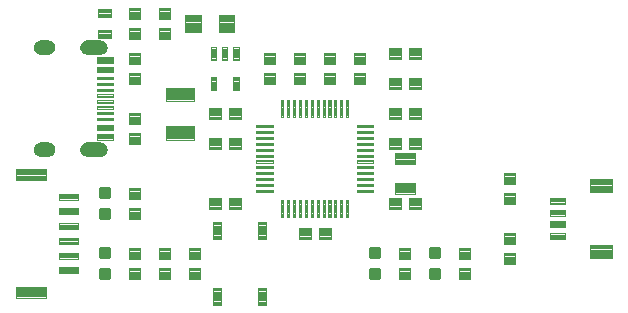
<source format=gtp>
G04 EAGLE Gerber RS-274X export*
G75*
%MOMM*%
%FSLAX34Y34*%
%LPD*%
%INSolderpaste Top*%
%IPPOS*%
%AMOC8*
5,1,8,0,0,1.08239X$1,22.5*%
G01*
%ADD10C,0.100000*%
%ADD11C,0.099000*%
%ADD12C,0.098000*%
%ADD13C,0.096000*%
%ADD14C,0.300000*%
%ADD15C,0.102000*%
%ADD16C,0.104000*%
%ADD17C,0.100800*%
%ADD18C,0.099059*%

G36*
X73004Y227654D02*
X73004Y227654D01*
X73007Y227651D01*
X74129Y227806D01*
X74134Y227811D01*
X74138Y227808D01*
X75209Y228179D01*
X75213Y228185D01*
X75218Y228183D01*
X76195Y228756D01*
X76198Y228762D01*
X76203Y228761D01*
X77050Y229514D01*
X77052Y229521D01*
X77057Y229521D01*
X77741Y230424D01*
X77741Y230431D01*
X77746Y230432D01*
X78241Y231451D01*
X78239Y231458D01*
X78244Y231460D01*
X78531Y232557D01*
X78529Y232561D01*
X78531Y232562D01*
X78529Y232564D01*
X78532Y232566D01*
X78599Y233697D01*
X78597Y233701D01*
X78599Y233703D01*
X78532Y234834D01*
X78527Y234839D01*
X78531Y234843D01*
X78244Y235940D01*
X78238Y235944D01*
X78241Y235949D01*
X77746Y236968D01*
X77740Y236971D01*
X77741Y236976D01*
X77057Y237879D01*
X77050Y237881D01*
X77050Y237886D01*
X76203Y238639D01*
X76196Y238639D01*
X76195Y238644D01*
X75218Y239217D01*
X75211Y239216D01*
X75209Y239221D01*
X74138Y239592D01*
X74132Y239589D01*
X74129Y239594D01*
X73007Y239749D01*
X73002Y239746D01*
X73000Y239749D01*
X61000Y239749D01*
X60995Y239746D01*
X60992Y239749D01*
X59725Y239544D01*
X59719Y239538D01*
X59715Y239541D01*
X58525Y239059D01*
X58521Y239052D01*
X58515Y239054D01*
X57462Y238320D01*
X57460Y238312D01*
X57454Y238313D01*
X56591Y237363D01*
X56590Y237354D01*
X56585Y237354D01*
X55955Y236235D01*
X55956Y236227D01*
X55950Y236225D01*
X55585Y234995D01*
X55588Y234987D01*
X55583Y234984D01*
X55501Y233703D01*
X55504Y233699D01*
X55501Y233697D01*
X55583Y232416D01*
X55589Y232410D01*
X55585Y232405D01*
X55950Y231175D01*
X55957Y231170D01*
X55955Y231165D01*
X56585Y230046D01*
X56592Y230043D01*
X56591Y230037D01*
X57454Y229087D01*
X57462Y229086D01*
X57462Y229080D01*
X58515Y228346D01*
X58523Y228346D01*
X58525Y228341D01*
X59715Y227859D01*
X59722Y227861D01*
X59725Y227856D01*
X60992Y227651D01*
X60997Y227654D01*
X61000Y227651D01*
X73000Y227651D01*
X73004Y227654D01*
G37*
G36*
X73004Y141254D02*
X73004Y141254D01*
X73007Y141251D01*
X74129Y141406D01*
X74134Y141411D01*
X74138Y141408D01*
X75209Y141779D01*
X75213Y141785D01*
X75218Y141783D01*
X76195Y142356D01*
X76198Y142362D01*
X76203Y142361D01*
X77050Y143114D01*
X77052Y143121D01*
X77057Y143121D01*
X77741Y144024D01*
X77741Y144031D01*
X77746Y144032D01*
X78241Y145051D01*
X78239Y145058D01*
X78244Y145060D01*
X78531Y146157D01*
X78529Y146161D01*
X78531Y146162D01*
X78529Y146164D01*
X78532Y146166D01*
X78599Y147297D01*
X78597Y147301D01*
X78599Y147303D01*
X78532Y148434D01*
X78527Y148439D01*
X78531Y148443D01*
X78244Y149540D01*
X78238Y149544D01*
X78241Y149549D01*
X77746Y150568D01*
X77740Y150571D01*
X77741Y150576D01*
X77057Y151479D01*
X77050Y151481D01*
X77050Y151486D01*
X76203Y152239D01*
X76196Y152239D01*
X76195Y152244D01*
X75218Y152817D01*
X75211Y152816D01*
X75209Y152821D01*
X74138Y153192D01*
X74132Y153189D01*
X74129Y153194D01*
X73007Y153349D01*
X73002Y153346D01*
X73000Y153349D01*
X61000Y153349D01*
X60995Y153346D01*
X60992Y153349D01*
X59725Y153144D01*
X59719Y153138D01*
X59715Y153141D01*
X58525Y152659D01*
X58521Y152652D01*
X58515Y152654D01*
X57462Y151920D01*
X57460Y151912D01*
X57454Y151913D01*
X56591Y150963D01*
X56590Y150954D01*
X56585Y150954D01*
X55955Y149835D01*
X55956Y149827D01*
X55950Y149825D01*
X55585Y148595D01*
X55588Y148587D01*
X55583Y148584D01*
X55501Y147303D01*
X55504Y147299D01*
X55501Y147297D01*
X55583Y146016D01*
X55589Y146010D01*
X55585Y146005D01*
X55950Y144775D01*
X55957Y144770D01*
X55955Y144765D01*
X56585Y143646D01*
X56592Y143643D01*
X56591Y143637D01*
X57454Y142687D01*
X57462Y142686D01*
X57462Y142680D01*
X58515Y141946D01*
X58523Y141946D01*
X58525Y141941D01*
X59715Y141459D01*
X59722Y141461D01*
X59725Y141456D01*
X60992Y141251D01*
X60997Y141254D01*
X61000Y141251D01*
X73000Y141251D01*
X73004Y141254D01*
G37*
G36*
X28203Y227653D02*
X28203Y227653D01*
X28205Y227651D01*
X29381Y227762D01*
X29386Y227767D01*
X29390Y227764D01*
X30522Y228102D01*
X30526Y228108D01*
X30531Y228106D01*
X31575Y228658D01*
X31578Y228665D01*
X31583Y228663D01*
X32499Y229409D01*
X32500Y229416D01*
X32506Y229416D01*
X33259Y230326D01*
X33259Y230333D01*
X33264Y230334D01*
X33825Y231373D01*
X33824Y231378D01*
X33828Y231380D01*
X33827Y231381D01*
X33829Y231382D01*
X34176Y232511D01*
X34176Y232512D01*
X34177Y232513D01*
X34174Y232517D01*
X34178Y232520D01*
X34299Y233695D01*
X34295Y233702D01*
X34299Y233706D01*
X34142Y235046D01*
X34137Y235052D01*
X34140Y235057D01*
X33689Y236328D01*
X33682Y236333D01*
X33684Y236338D01*
X32962Y237477D01*
X32954Y237480D01*
X32955Y237486D01*
X31997Y238436D01*
X31989Y238437D01*
X31988Y238443D01*
X30843Y239156D01*
X30835Y239155D01*
X30833Y239161D01*
X29557Y239601D01*
X29550Y239599D01*
X29547Y239603D01*
X28205Y239749D01*
X28202Y239747D01*
X28200Y239749D01*
X22200Y239749D01*
X22197Y239747D01*
X22194Y239749D01*
X20865Y239594D01*
X20859Y239588D01*
X20855Y239591D01*
X19594Y239144D01*
X19589Y239137D01*
X19584Y239139D01*
X18454Y238422D01*
X18451Y238415D01*
X18445Y238416D01*
X17503Y237466D01*
X17502Y237457D01*
X17496Y237457D01*
X16789Y236321D01*
X16790Y236313D01*
X16784Y236311D01*
X16348Y235046D01*
X16350Y235038D01*
X16345Y235036D01*
X16201Y233705D01*
X16205Y233699D01*
X16201Y233695D01*
X16311Y232529D01*
X16316Y232524D01*
X16313Y232520D01*
X16648Y231397D01*
X16654Y231393D01*
X16652Y231389D01*
X17200Y230353D01*
X17206Y230350D01*
X17205Y230345D01*
X17944Y229437D01*
X17951Y229435D01*
X17951Y229430D01*
X18853Y228683D01*
X18861Y228683D01*
X18861Y228678D01*
X19892Y228121D01*
X19899Y228122D01*
X19901Y228117D01*
X21020Y227773D01*
X21027Y227775D01*
X21030Y227771D01*
X22195Y227651D01*
X22198Y227653D01*
X22200Y227651D01*
X28200Y227651D01*
X28203Y227653D01*
G37*
G36*
X28203Y141253D02*
X28203Y141253D01*
X28205Y141251D01*
X29381Y141362D01*
X29386Y141367D01*
X29390Y141364D01*
X30522Y141702D01*
X30526Y141708D01*
X30531Y141706D01*
X31575Y142258D01*
X31578Y142265D01*
X31583Y142263D01*
X32499Y143009D01*
X32500Y143016D01*
X32506Y143016D01*
X33259Y143926D01*
X33259Y143933D01*
X33264Y143934D01*
X33825Y144973D01*
X33824Y144978D01*
X33828Y144980D01*
X33827Y144981D01*
X33829Y144982D01*
X34176Y146111D01*
X34176Y146112D01*
X34177Y146113D01*
X34174Y146117D01*
X34178Y146120D01*
X34299Y147295D01*
X34295Y147302D01*
X34299Y147306D01*
X34142Y148646D01*
X34137Y148652D01*
X34140Y148657D01*
X33689Y149928D01*
X33682Y149933D01*
X33684Y149938D01*
X32962Y151077D01*
X32954Y151080D01*
X32955Y151086D01*
X31997Y152036D01*
X31989Y152037D01*
X31988Y152043D01*
X30843Y152756D01*
X30835Y152755D01*
X30833Y152761D01*
X29557Y153201D01*
X29550Y153199D01*
X29547Y153203D01*
X28205Y153349D01*
X28202Y153347D01*
X28200Y153349D01*
X22200Y153349D01*
X22197Y153347D01*
X22194Y153349D01*
X20865Y153194D01*
X20859Y153188D01*
X20855Y153191D01*
X19594Y152744D01*
X19589Y152737D01*
X19584Y152739D01*
X18454Y152022D01*
X18451Y152015D01*
X18445Y152016D01*
X17503Y151066D01*
X17502Y151057D01*
X17496Y151057D01*
X16789Y149921D01*
X16790Y149913D01*
X16784Y149911D01*
X16348Y148646D01*
X16350Y148638D01*
X16345Y148636D01*
X16201Y147305D01*
X16205Y147299D01*
X16201Y147295D01*
X16311Y146129D01*
X16316Y146124D01*
X16313Y146120D01*
X16648Y144997D01*
X16654Y144993D01*
X16652Y144989D01*
X17200Y143953D01*
X17206Y143950D01*
X17205Y143945D01*
X17944Y143037D01*
X17951Y143035D01*
X17951Y143030D01*
X18853Y142283D01*
X18861Y142283D01*
X18861Y142278D01*
X19892Y141721D01*
X19899Y141722D01*
X19901Y141717D01*
X21020Y141373D01*
X21027Y141375D01*
X21030Y141371D01*
X22195Y141251D01*
X22198Y141253D01*
X22200Y141251D01*
X28200Y141251D01*
X28203Y141253D01*
G37*
D10*
X181300Y182300D02*
X191300Y182300D01*
X191300Y173300D01*
X181300Y173300D01*
X181300Y182300D01*
X181300Y174250D02*
X191300Y174250D01*
X191300Y175200D02*
X181300Y175200D01*
X181300Y176150D02*
X191300Y176150D01*
X191300Y177100D02*
X181300Y177100D01*
X181300Y178050D02*
X191300Y178050D01*
X191300Y179000D02*
X181300Y179000D01*
X181300Y179950D02*
X191300Y179950D01*
X191300Y180900D02*
X181300Y180900D01*
X181300Y181850D02*
X191300Y181850D01*
X174300Y182300D02*
X164300Y182300D01*
X174300Y182300D02*
X174300Y173300D01*
X164300Y173300D01*
X164300Y182300D01*
X164300Y174250D02*
X174300Y174250D01*
X174300Y175200D02*
X164300Y175200D01*
X164300Y176150D02*
X174300Y176150D01*
X174300Y177100D02*
X164300Y177100D01*
X164300Y178050D02*
X174300Y178050D01*
X174300Y179000D02*
X164300Y179000D01*
X164300Y179950D02*
X174300Y179950D01*
X174300Y180900D02*
X164300Y180900D01*
X164300Y181850D02*
X174300Y181850D01*
X174300Y147900D02*
X164300Y147900D01*
X164300Y156900D01*
X174300Y156900D01*
X174300Y147900D01*
X174300Y148850D02*
X164300Y148850D01*
X164300Y149800D02*
X174300Y149800D01*
X174300Y150750D02*
X164300Y150750D01*
X164300Y151700D02*
X174300Y151700D01*
X174300Y152650D02*
X164300Y152650D01*
X164300Y153600D02*
X174300Y153600D01*
X174300Y154550D02*
X164300Y154550D01*
X164300Y155500D02*
X174300Y155500D01*
X174300Y156450D02*
X164300Y156450D01*
X181300Y147900D02*
X191300Y147900D01*
X181300Y147900D02*
X181300Y156900D01*
X191300Y156900D01*
X191300Y147900D01*
X191300Y148850D02*
X181300Y148850D01*
X181300Y149800D02*
X191300Y149800D01*
X191300Y150750D02*
X181300Y150750D01*
X181300Y151700D02*
X191300Y151700D01*
X191300Y152650D02*
X181300Y152650D01*
X181300Y153600D02*
X191300Y153600D01*
X191300Y154550D02*
X181300Y154550D01*
X181300Y155500D02*
X191300Y155500D01*
X191300Y156450D02*
X181300Y156450D01*
D11*
X185045Y234406D02*
X189555Y234406D01*
X189555Y223396D01*
X185045Y223396D01*
X185045Y234406D01*
X185045Y224336D02*
X189555Y224336D01*
X189555Y225276D02*
X185045Y225276D01*
X185045Y226216D02*
X189555Y226216D01*
X189555Y227156D02*
X185045Y227156D01*
X185045Y228096D02*
X189555Y228096D01*
X189555Y229036D02*
X185045Y229036D01*
X185045Y229976D02*
X189555Y229976D01*
X189555Y230916D02*
X185045Y230916D01*
X185045Y231856D02*
X189555Y231856D01*
X189555Y232796D02*
X185045Y232796D01*
X185045Y233736D02*
X189555Y233736D01*
X180055Y234406D02*
X175545Y234406D01*
X180055Y234406D02*
X180055Y223396D01*
X175545Y223396D01*
X175545Y234406D01*
X175545Y224336D02*
X180055Y224336D01*
X180055Y225276D02*
X175545Y225276D01*
X175545Y226216D02*
X180055Y226216D01*
X180055Y227156D02*
X175545Y227156D01*
X175545Y228096D02*
X180055Y228096D01*
X180055Y229036D02*
X175545Y229036D01*
X175545Y229976D02*
X180055Y229976D01*
X180055Y230916D02*
X175545Y230916D01*
X175545Y231856D02*
X180055Y231856D01*
X180055Y232796D02*
X175545Y232796D01*
X175545Y233736D02*
X180055Y233736D01*
X170555Y234406D02*
X166045Y234406D01*
X170555Y234406D02*
X170555Y223396D01*
X166045Y223396D01*
X166045Y234406D01*
X166045Y224336D02*
X170555Y224336D01*
X170555Y225276D02*
X166045Y225276D01*
X166045Y226216D02*
X170555Y226216D01*
X170555Y227156D02*
X166045Y227156D01*
X166045Y228096D02*
X170555Y228096D01*
X170555Y229036D02*
X166045Y229036D01*
X166045Y229976D02*
X170555Y229976D01*
X170555Y230916D02*
X166045Y230916D01*
X166045Y231856D02*
X170555Y231856D01*
X170555Y232796D02*
X166045Y232796D01*
X166045Y233736D02*
X170555Y233736D01*
X170555Y208404D02*
X166045Y208404D01*
X170555Y208404D02*
X170555Y197394D01*
X166045Y197394D01*
X166045Y208404D01*
X166045Y198334D02*
X170555Y198334D01*
X170555Y199274D02*
X166045Y199274D01*
X166045Y200214D02*
X170555Y200214D01*
X170555Y201154D02*
X166045Y201154D01*
X166045Y202094D02*
X170555Y202094D01*
X170555Y203034D02*
X166045Y203034D01*
X166045Y203974D02*
X170555Y203974D01*
X170555Y204914D02*
X166045Y204914D01*
X166045Y205854D02*
X170555Y205854D01*
X170555Y206794D02*
X166045Y206794D01*
X166045Y207734D02*
X170555Y207734D01*
X185045Y208404D02*
X189555Y208404D01*
X189555Y197394D01*
X185045Y197394D01*
X185045Y208404D01*
X185045Y198334D02*
X189555Y198334D01*
X189555Y199274D02*
X185045Y199274D01*
X185045Y200214D02*
X189555Y200214D01*
X189555Y201154D02*
X185045Y201154D01*
X185045Y202094D02*
X189555Y202094D01*
X189555Y203034D02*
X185045Y203034D01*
X185045Y203974D02*
X189555Y203974D01*
X189555Y204914D02*
X185045Y204914D01*
X185045Y205854D02*
X189555Y205854D01*
X189555Y206794D02*
X185045Y206794D01*
X185045Y207734D02*
X189555Y207734D01*
D10*
X131500Y47300D02*
X131500Y37300D01*
X122500Y37300D01*
X122500Y47300D01*
X131500Y47300D01*
X131500Y38250D02*
X122500Y38250D01*
X122500Y39200D02*
X131500Y39200D01*
X131500Y40150D02*
X122500Y40150D01*
X122500Y41100D02*
X131500Y41100D01*
X131500Y42050D02*
X122500Y42050D01*
X122500Y43000D02*
X131500Y43000D01*
X131500Y43950D02*
X122500Y43950D01*
X122500Y44900D02*
X131500Y44900D01*
X131500Y45850D02*
X122500Y45850D01*
X122500Y46800D02*
X131500Y46800D01*
X131500Y54300D02*
X131500Y64300D01*
X131500Y54300D02*
X122500Y54300D01*
X122500Y64300D01*
X131500Y64300D01*
X131500Y55250D02*
X122500Y55250D01*
X122500Y56200D02*
X131500Y56200D01*
X131500Y57150D02*
X122500Y57150D01*
X122500Y58100D02*
X131500Y58100D01*
X131500Y59050D02*
X122500Y59050D01*
X122500Y60000D02*
X131500Y60000D01*
X131500Y60950D02*
X122500Y60950D01*
X122500Y61900D02*
X131500Y61900D01*
X131500Y62850D02*
X122500Y62850D01*
X122500Y63800D02*
X131500Y63800D01*
X211400Y219400D02*
X211400Y229400D01*
X220400Y229400D01*
X220400Y219400D01*
X211400Y219400D01*
X211400Y220350D02*
X220400Y220350D01*
X220400Y221300D02*
X211400Y221300D01*
X211400Y222250D02*
X220400Y222250D01*
X220400Y223200D02*
X211400Y223200D01*
X211400Y224150D02*
X220400Y224150D01*
X220400Y225100D02*
X211400Y225100D01*
X211400Y226050D02*
X220400Y226050D01*
X220400Y227000D02*
X211400Y227000D01*
X211400Y227950D02*
X220400Y227950D01*
X220400Y228900D02*
X211400Y228900D01*
X211400Y212400D02*
X211400Y202400D01*
X211400Y212400D02*
X220400Y212400D01*
X220400Y202400D01*
X211400Y202400D01*
X211400Y203350D02*
X220400Y203350D01*
X220400Y204300D02*
X211400Y204300D01*
X211400Y205250D02*
X220400Y205250D01*
X220400Y206200D02*
X211400Y206200D01*
X211400Y207150D02*
X220400Y207150D01*
X220400Y208100D02*
X211400Y208100D01*
X211400Y209050D02*
X220400Y209050D01*
X220400Y210000D02*
X211400Y210000D01*
X211400Y210950D02*
X220400Y210950D01*
X220400Y211900D02*
X211400Y211900D01*
X296600Y212400D02*
X296600Y202400D01*
X287600Y202400D01*
X287600Y212400D01*
X296600Y212400D01*
X296600Y203350D02*
X287600Y203350D01*
X287600Y204300D02*
X296600Y204300D01*
X296600Y205250D02*
X287600Y205250D01*
X287600Y206200D02*
X296600Y206200D01*
X296600Y207150D02*
X287600Y207150D01*
X287600Y208100D02*
X296600Y208100D01*
X296600Y209050D02*
X287600Y209050D01*
X287600Y210000D02*
X296600Y210000D01*
X296600Y210950D02*
X287600Y210950D01*
X287600Y211900D02*
X296600Y211900D01*
X296600Y219400D02*
X296600Y229400D01*
X296600Y219400D02*
X287600Y219400D01*
X287600Y229400D01*
X296600Y229400D01*
X296600Y220350D02*
X287600Y220350D01*
X287600Y221300D02*
X296600Y221300D01*
X296600Y222250D02*
X287600Y222250D01*
X287600Y223200D02*
X296600Y223200D01*
X296600Y224150D02*
X287600Y224150D01*
X287600Y225100D02*
X296600Y225100D01*
X296600Y226050D02*
X287600Y226050D01*
X287600Y227000D02*
X296600Y227000D01*
X296600Y227950D02*
X287600Y227950D01*
X287600Y228900D02*
X296600Y228900D01*
X245800Y212400D02*
X245800Y202400D01*
X236800Y202400D01*
X236800Y212400D01*
X245800Y212400D01*
X245800Y203350D02*
X236800Y203350D01*
X236800Y204300D02*
X245800Y204300D01*
X245800Y205250D02*
X236800Y205250D01*
X236800Y206200D02*
X245800Y206200D01*
X245800Y207150D02*
X236800Y207150D01*
X236800Y208100D02*
X245800Y208100D01*
X245800Y209050D02*
X236800Y209050D01*
X236800Y210000D02*
X245800Y210000D01*
X245800Y210950D02*
X236800Y210950D01*
X236800Y211900D02*
X245800Y211900D01*
X245800Y219400D02*
X245800Y229400D01*
X245800Y219400D02*
X236800Y219400D01*
X236800Y229400D01*
X245800Y229400D01*
X245800Y220350D02*
X236800Y220350D01*
X236800Y221300D02*
X245800Y221300D01*
X245800Y222250D02*
X236800Y222250D01*
X236800Y223200D02*
X245800Y223200D01*
X245800Y224150D02*
X236800Y224150D01*
X236800Y225100D02*
X245800Y225100D01*
X245800Y226050D02*
X236800Y226050D01*
X236800Y227000D02*
X245800Y227000D01*
X245800Y227950D02*
X236800Y227950D01*
X236800Y228900D02*
X245800Y228900D01*
X131500Y240500D02*
X131500Y250500D01*
X131500Y240500D02*
X122500Y240500D01*
X122500Y250500D01*
X131500Y250500D01*
X131500Y241450D02*
X122500Y241450D01*
X122500Y242400D02*
X131500Y242400D01*
X131500Y243350D02*
X122500Y243350D01*
X122500Y244300D02*
X131500Y244300D01*
X131500Y245250D02*
X122500Y245250D01*
X122500Y246200D02*
X131500Y246200D01*
X131500Y247150D02*
X122500Y247150D01*
X122500Y248100D02*
X131500Y248100D01*
X131500Y249050D02*
X122500Y249050D01*
X122500Y250000D02*
X131500Y250000D01*
X131500Y257500D02*
X131500Y267500D01*
X131500Y257500D02*
X122500Y257500D01*
X122500Y267500D01*
X131500Y267500D01*
X131500Y258450D02*
X122500Y258450D01*
X122500Y259400D02*
X131500Y259400D01*
X131500Y260350D02*
X122500Y260350D01*
X122500Y261300D02*
X131500Y261300D01*
X131500Y262250D02*
X122500Y262250D01*
X122500Y263200D02*
X131500Y263200D01*
X131500Y264150D02*
X122500Y264150D01*
X122500Y265100D02*
X131500Y265100D01*
X131500Y266050D02*
X122500Y266050D01*
X122500Y267000D02*
X131500Y267000D01*
X106100Y250500D02*
X106100Y240500D01*
X97100Y240500D01*
X97100Y250500D01*
X106100Y250500D01*
X106100Y241450D02*
X97100Y241450D01*
X97100Y242400D02*
X106100Y242400D01*
X106100Y243350D02*
X97100Y243350D01*
X97100Y244300D02*
X106100Y244300D01*
X106100Y245250D02*
X97100Y245250D01*
X97100Y246200D02*
X106100Y246200D01*
X106100Y247150D02*
X97100Y247150D01*
X97100Y248100D02*
X106100Y248100D01*
X106100Y249050D02*
X97100Y249050D01*
X97100Y250000D02*
X106100Y250000D01*
X106100Y257500D02*
X106100Y267500D01*
X106100Y257500D02*
X97100Y257500D01*
X97100Y267500D01*
X106100Y267500D01*
X106100Y258450D02*
X97100Y258450D01*
X97100Y259400D02*
X106100Y259400D01*
X106100Y260350D02*
X97100Y260350D01*
X97100Y261300D02*
X106100Y261300D01*
X106100Y262250D02*
X97100Y262250D01*
X97100Y263200D02*
X106100Y263200D01*
X106100Y264150D02*
X97100Y264150D01*
X97100Y265100D02*
X106100Y265100D01*
X106100Y266050D02*
X97100Y266050D01*
X97100Y267000D02*
X106100Y267000D01*
D12*
X172590Y261510D02*
X172590Y246490D01*
X172590Y261510D02*
X185610Y261510D01*
X185610Y246490D01*
X172590Y246490D01*
X172590Y247421D02*
X185610Y247421D01*
X185610Y248352D02*
X172590Y248352D01*
X172590Y249283D02*
X185610Y249283D01*
X185610Y250214D02*
X172590Y250214D01*
X172590Y251145D02*
X185610Y251145D01*
X185610Y252076D02*
X172590Y252076D01*
X172590Y253007D02*
X185610Y253007D01*
X185610Y253938D02*
X172590Y253938D01*
X172590Y254869D02*
X185610Y254869D01*
X185610Y255800D02*
X172590Y255800D01*
X172590Y256731D02*
X185610Y256731D01*
X185610Y257662D02*
X172590Y257662D01*
X172590Y258593D02*
X185610Y258593D01*
X185610Y259524D02*
X172590Y259524D01*
X172590Y260455D02*
X185610Y260455D01*
X185610Y261386D02*
X172590Y261386D01*
X144590Y261510D02*
X144590Y246490D01*
X144590Y261510D02*
X157610Y261510D01*
X157610Y246490D01*
X144590Y246490D01*
X144590Y247421D02*
X157610Y247421D01*
X157610Y248352D02*
X144590Y248352D01*
X144590Y249283D02*
X157610Y249283D01*
X157610Y250214D02*
X144590Y250214D01*
X144590Y251145D02*
X157610Y251145D01*
X157610Y252076D02*
X144590Y252076D01*
X144590Y253007D02*
X157610Y253007D01*
X157610Y253938D02*
X144590Y253938D01*
X144590Y254869D02*
X157610Y254869D01*
X157610Y255800D02*
X144590Y255800D01*
X144590Y256731D02*
X157610Y256731D01*
X157610Y257662D02*
X144590Y257662D01*
X144590Y258593D02*
X157610Y258593D01*
X157610Y259524D02*
X144590Y259524D01*
X144590Y260455D02*
X157610Y260455D01*
X157610Y261386D02*
X144590Y261386D01*
D13*
X151720Y166820D02*
X127680Y166820D01*
X151720Y166820D02*
X151720Y155780D01*
X127680Y155780D01*
X127680Y166820D01*
X127680Y156692D02*
X151720Y156692D01*
X151720Y157604D02*
X127680Y157604D01*
X127680Y158516D02*
X151720Y158516D01*
X151720Y159428D02*
X127680Y159428D01*
X127680Y160340D02*
X151720Y160340D01*
X151720Y161252D02*
X127680Y161252D01*
X127680Y162164D02*
X151720Y162164D01*
X151720Y163076D02*
X127680Y163076D01*
X127680Y163988D02*
X151720Y163988D01*
X151720Y164900D02*
X127680Y164900D01*
X127680Y165812D02*
X151720Y165812D01*
X151720Y166724D02*
X127680Y166724D01*
X127680Y199820D02*
X151720Y199820D01*
X151720Y188780D01*
X127680Y188780D01*
X127680Y199820D01*
X127680Y189692D02*
X151720Y189692D01*
X151720Y190604D02*
X127680Y190604D01*
X127680Y191516D02*
X151720Y191516D01*
X151720Y192428D02*
X127680Y192428D01*
X127680Y193340D02*
X151720Y193340D01*
X151720Y194252D02*
X127680Y194252D01*
X127680Y195164D02*
X151720Y195164D01*
X151720Y196076D02*
X127680Y196076D01*
X127680Y196988D02*
X151720Y196988D01*
X151720Y197900D02*
X127680Y197900D01*
X127680Y198812D02*
X151720Y198812D01*
X151720Y199724D02*
X127680Y199724D01*
D10*
X316700Y198700D02*
X326700Y198700D01*
X316700Y198700D02*
X316700Y207700D01*
X326700Y207700D01*
X326700Y198700D01*
X326700Y199650D02*
X316700Y199650D01*
X316700Y200600D02*
X326700Y200600D01*
X326700Y201550D02*
X316700Y201550D01*
X316700Y202500D02*
X326700Y202500D01*
X326700Y203450D02*
X316700Y203450D01*
X316700Y204400D02*
X326700Y204400D01*
X326700Y205350D02*
X316700Y205350D01*
X316700Y206300D02*
X326700Y206300D01*
X326700Y207250D02*
X316700Y207250D01*
X333700Y198700D02*
X343700Y198700D01*
X333700Y198700D02*
X333700Y207700D01*
X343700Y207700D01*
X343700Y198700D01*
X343700Y199650D02*
X333700Y199650D01*
X333700Y200600D02*
X343700Y200600D01*
X343700Y201550D02*
X333700Y201550D01*
X333700Y202500D02*
X343700Y202500D01*
X343700Y203450D02*
X333700Y203450D01*
X333700Y204400D02*
X343700Y204400D01*
X343700Y205350D02*
X333700Y205350D01*
X333700Y206300D02*
X343700Y206300D01*
X343700Y207250D02*
X333700Y207250D01*
X333700Y233100D02*
X343700Y233100D01*
X343700Y224100D01*
X333700Y224100D01*
X333700Y233100D01*
X333700Y225050D02*
X343700Y225050D01*
X343700Y226000D02*
X333700Y226000D01*
X333700Y226950D02*
X343700Y226950D01*
X343700Y227900D02*
X333700Y227900D01*
X333700Y228850D02*
X343700Y228850D01*
X343700Y229800D02*
X333700Y229800D01*
X333700Y230750D02*
X343700Y230750D01*
X343700Y231700D02*
X333700Y231700D01*
X333700Y232650D02*
X343700Y232650D01*
X326700Y233100D02*
X316700Y233100D01*
X326700Y233100D02*
X326700Y224100D01*
X316700Y224100D01*
X316700Y233100D01*
X316700Y225050D02*
X326700Y225050D01*
X326700Y226000D02*
X316700Y226000D01*
X316700Y226950D02*
X326700Y226950D01*
X326700Y227900D02*
X316700Y227900D01*
X316700Y228850D02*
X326700Y228850D01*
X326700Y229800D02*
X316700Y229800D01*
X316700Y230750D02*
X326700Y230750D01*
X326700Y231700D02*
X316700Y231700D01*
X316700Y232650D02*
X326700Y232650D01*
D14*
X79700Y56070D02*
X72700Y56070D01*
X72700Y63070D01*
X79700Y63070D01*
X79700Y56070D01*
X79700Y58920D02*
X72700Y58920D01*
X72700Y61770D02*
X79700Y61770D01*
X79700Y38530D02*
X72700Y38530D01*
X72700Y45530D01*
X79700Y45530D01*
X79700Y38530D01*
X79700Y41380D02*
X72700Y41380D01*
X72700Y44230D02*
X79700Y44230D01*
D10*
X106100Y47300D02*
X106100Y37300D01*
X97100Y37300D01*
X97100Y47300D01*
X106100Y47300D01*
X106100Y38250D02*
X97100Y38250D01*
X97100Y39200D02*
X106100Y39200D01*
X106100Y40150D02*
X97100Y40150D01*
X97100Y41100D02*
X106100Y41100D01*
X106100Y42050D02*
X97100Y42050D01*
X97100Y43000D02*
X106100Y43000D01*
X106100Y43950D02*
X97100Y43950D01*
X97100Y44900D02*
X106100Y44900D01*
X106100Y45850D02*
X97100Y45850D01*
X97100Y46800D02*
X106100Y46800D01*
X106100Y54300D02*
X106100Y64300D01*
X106100Y54300D02*
X97100Y54300D01*
X97100Y64300D01*
X106100Y64300D01*
X106100Y55250D02*
X97100Y55250D01*
X97100Y56200D02*
X106100Y56200D01*
X106100Y57150D02*
X97100Y57150D01*
X97100Y58100D02*
X106100Y58100D01*
X106100Y59050D02*
X97100Y59050D01*
X97100Y60000D02*
X106100Y60000D01*
X106100Y60950D02*
X97100Y60950D01*
X97100Y61900D02*
X106100Y61900D01*
X106100Y62850D02*
X97100Y62850D01*
X97100Y63800D02*
X106100Y63800D01*
X97100Y105100D02*
X97100Y115100D01*
X106100Y115100D01*
X106100Y105100D01*
X97100Y105100D01*
X97100Y106050D02*
X106100Y106050D01*
X106100Y107000D02*
X97100Y107000D01*
X97100Y107950D02*
X106100Y107950D01*
X106100Y108900D02*
X97100Y108900D01*
X97100Y109850D02*
X106100Y109850D01*
X106100Y110800D02*
X97100Y110800D01*
X97100Y111750D02*
X106100Y111750D01*
X106100Y112700D02*
X97100Y112700D01*
X97100Y113650D02*
X106100Y113650D01*
X106100Y114600D02*
X97100Y114600D01*
X97100Y98100D02*
X97100Y88100D01*
X97100Y98100D02*
X106100Y98100D01*
X106100Y88100D01*
X97100Y88100D01*
X97100Y89050D02*
X106100Y89050D01*
X106100Y90000D02*
X97100Y90000D01*
X97100Y90950D02*
X106100Y90950D01*
X106100Y91900D02*
X97100Y91900D01*
X97100Y92850D02*
X106100Y92850D01*
X106100Y93800D02*
X97100Y93800D01*
X97100Y94750D02*
X106100Y94750D01*
X106100Y95700D02*
X97100Y95700D01*
X97100Y96650D02*
X106100Y96650D01*
X106100Y97600D02*
X97100Y97600D01*
D14*
X79700Y96330D02*
X72700Y96330D01*
X79700Y96330D02*
X79700Y89330D01*
X72700Y89330D01*
X72700Y96330D01*
X72700Y92180D02*
X79700Y92180D01*
X79700Y95030D02*
X72700Y95030D01*
X72700Y113870D02*
X79700Y113870D01*
X79700Y106870D01*
X72700Y106870D01*
X72700Y113870D01*
X72700Y109720D02*
X79700Y109720D01*
X79700Y112570D02*
X72700Y112570D01*
D15*
X69460Y182010D02*
X69460Y183990D01*
X82940Y183990D01*
X82940Y182010D01*
X69460Y182010D01*
X69460Y182979D02*
X82940Y182979D01*
X82940Y183948D02*
X69460Y183948D01*
X69460Y187010D02*
X69460Y188990D01*
X82940Y188990D01*
X82940Y187010D01*
X69460Y187010D01*
X69460Y187979D02*
X82940Y187979D01*
X82940Y188948D02*
X69460Y188948D01*
X69460Y160740D02*
X69460Y155760D01*
X69460Y160740D02*
X82940Y160740D01*
X82940Y155760D01*
X69460Y155760D01*
X69460Y156729D02*
X82940Y156729D01*
X82940Y157698D02*
X69460Y157698D01*
X69460Y158667D02*
X82940Y158667D01*
X82940Y159636D02*
X69460Y159636D01*
X69460Y160605D02*
X82940Y160605D01*
D11*
X69445Y163745D02*
X69445Y168255D01*
X82955Y168255D01*
X82955Y163745D01*
X69445Y163745D01*
X69445Y164685D02*
X82955Y164685D01*
X82955Y165625D02*
X69445Y165625D01*
X69445Y166565D02*
X82955Y166565D01*
X82955Y167505D02*
X69445Y167505D01*
D15*
X69460Y172010D02*
X69460Y173990D01*
X82940Y173990D01*
X82940Y172010D01*
X69460Y172010D01*
X69460Y172979D02*
X82940Y172979D01*
X82940Y173948D02*
X69460Y173948D01*
X69460Y177010D02*
X69460Y178990D01*
X82940Y178990D01*
X82940Y177010D01*
X69460Y177010D01*
X69460Y177979D02*
X82940Y177979D01*
X82940Y178948D02*
X69460Y178948D01*
X82940Y197010D02*
X82940Y198990D01*
X82940Y197010D02*
X69460Y197010D01*
X69460Y198990D01*
X82940Y198990D01*
X82940Y197979D02*
X69460Y197979D01*
X69460Y198948D02*
X82940Y198948D01*
X82940Y193990D02*
X82940Y192010D01*
X69460Y192010D01*
X69460Y193990D01*
X82940Y193990D01*
X82940Y192979D02*
X69460Y192979D01*
X69460Y193948D02*
X82940Y193948D01*
X82940Y220260D02*
X82940Y225240D01*
X82940Y220260D02*
X69460Y220260D01*
X69460Y225240D01*
X82940Y225240D01*
X82940Y221229D02*
X69460Y221229D01*
X69460Y222198D02*
X82940Y222198D01*
X82940Y223167D02*
X69460Y223167D01*
X69460Y224136D02*
X82940Y224136D01*
X82940Y225105D02*
X69460Y225105D01*
D11*
X82955Y217255D02*
X82955Y212745D01*
X69445Y212745D01*
X69445Y217255D01*
X82955Y217255D01*
X82955Y213685D02*
X69445Y213685D01*
X69445Y214625D02*
X82955Y214625D01*
X82955Y215565D02*
X69445Y215565D01*
X69445Y216505D02*
X82955Y216505D01*
D15*
X82940Y208990D02*
X82940Y207010D01*
X69460Y207010D01*
X69460Y208990D01*
X82940Y208990D01*
X82940Y207979D02*
X69460Y207979D01*
X69460Y208948D02*
X82940Y208948D01*
X82940Y203990D02*
X82940Y202010D01*
X69460Y202010D01*
X69460Y203990D01*
X82940Y203990D01*
X82940Y202979D02*
X69460Y202979D01*
X69460Y203948D02*
X82940Y203948D01*
D10*
X106100Y161600D02*
X106100Y151600D01*
X97100Y151600D01*
X97100Y161600D01*
X106100Y161600D01*
X106100Y152550D02*
X97100Y152550D01*
X97100Y153500D02*
X106100Y153500D01*
X106100Y154450D02*
X97100Y154450D01*
X97100Y155400D02*
X106100Y155400D01*
X106100Y156350D02*
X97100Y156350D01*
X97100Y157300D02*
X106100Y157300D01*
X106100Y158250D02*
X97100Y158250D01*
X97100Y159200D02*
X106100Y159200D01*
X106100Y160150D02*
X97100Y160150D01*
X97100Y161100D02*
X106100Y161100D01*
X106100Y168600D02*
X106100Y178600D01*
X106100Y168600D02*
X97100Y168600D01*
X97100Y178600D01*
X106100Y178600D01*
X106100Y169550D02*
X97100Y169550D01*
X97100Y170500D02*
X106100Y170500D01*
X106100Y171450D02*
X97100Y171450D01*
X97100Y172400D02*
X106100Y172400D01*
X106100Y173350D02*
X97100Y173350D01*
X97100Y174300D02*
X106100Y174300D01*
X106100Y175250D02*
X97100Y175250D01*
X97100Y176200D02*
X106100Y176200D01*
X106100Y177150D02*
X97100Y177150D01*
X97100Y178100D02*
X106100Y178100D01*
X97100Y219400D02*
X97100Y229400D01*
X106100Y229400D01*
X106100Y219400D01*
X97100Y219400D01*
X97100Y220350D02*
X106100Y220350D01*
X106100Y221300D02*
X97100Y221300D01*
X97100Y222250D02*
X106100Y222250D01*
X106100Y223200D02*
X97100Y223200D01*
X97100Y224150D02*
X106100Y224150D01*
X106100Y225100D02*
X97100Y225100D01*
X97100Y226050D02*
X106100Y226050D01*
X106100Y227000D02*
X97100Y227000D01*
X97100Y227950D02*
X106100Y227950D01*
X106100Y228900D02*
X97100Y228900D01*
X97100Y212400D02*
X97100Y202400D01*
X97100Y212400D02*
X106100Y212400D01*
X106100Y202400D01*
X97100Y202400D01*
X97100Y203350D02*
X106100Y203350D01*
X106100Y204300D02*
X97100Y204300D01*
X97100Y205250D02*
X106100Y205250D01*
X106100Y206200D02*
X97100Y206200D01*
X97100Y207150D02*
X106100Y207150D01*
X106100Y208100D02*
X97100Y208100D01*
X97100Y209050D02*
X106100Y209050D01*
X106100Y210000D02*
X97100Y210000D01*
X97100Y210950D02*
X106100Y210950D01*
X106100Y211900D02*
X97100Y211900D01*
D15*
X53690Y109940D02*
X53690Y104960D01*
X37710Y104960D01*
X37710Y109940D01*
X53690Y109940D01*
X53690Y105929D02*
X37710Y105929D01*
X37710Y106898D02*
X53690Y106898D01*
X53690Y107867D02*
X37710Y107867D01*
X37710Y108836D02*
X53690Y108836D01*
X53690Y109805D02*
X37710Y109805D01*
D10*
X26700Y30950D02*
X700Y30950D01*
X26700Y30950D02*
X26700Y21950D01*
X700Y21950D01*
X700Y30950D01*
X700Y22900D02*
X26700Y22900D01*
X26700Y23850D02*
X700Y23850D01*
X700Y24800D02*
X26700Y24800D01*
X26700Y25750D02*
X700Y25750D01*
X700Y26700D02*
X26700Y26700D01*
X26700Y27650D02*
X700Y27650D01*
X700Y28600D02*
X26700Y28600D01*
X26700Y29550D02*
X700Y29550D01*
X700Y30500D02*
X26700Y30500D01*
X26700Y130450D02*
X700Y130450D01*
X26700Y130450D02*
X26700Y121450D01*
X700Y121450D01*
X700Y130450D01*
X700Y122400D02*
X26700Y122400D01*
X26700Y123350D02*
X700Y123350D01*
X700Y124300D02*
X26700Y124300D01*
X26700Y125250D02*
X700Y125250D01*
X700Y126200D02*
X26700Y126200D01*
X26700Y127150D02*
X700Y127150D01*
X700Y128100D02*
X26700Y128100D01*
X26700Y129050D02*
X700Y129050D01*
X700Y130000D02*
X26700Y130000D01*
D15*
X53690Y97440D02*
X53690Y92460D01*
X37710Y92460D01*
X37710Y97440D01*
X53690Y97440D01*
X53690Y93429D02*
X37710Y93429D01*
X37710Y94398D02*
X53690Y94398D01*
X53690Y95367D02*
X37710Y95367D01*
X37710Y96336D02*
X53690Y96336D01*
X53690Y97305D02*
X37710Y97305D01*
X53690Y84940D02*
X53690Y79960D01*
X37710Y79960D01*
X37710Y84940D01*
X53690Y84940D01*
X53690Y80929D02*
X37710Y80929D01*
X37710Y81898D02*
X53690Y81898D01*
X53690Y82867D02*
X37710Y82867D01*
X37710Y83836D02*
X53690Y83836D01*
X53690Y84805D02*
X37710Y84805D01*
X53690Y72440D02*
X53690Y67460D01*
X37710Y67460D01*
X37710Y72440D01*
X53690Y72440D01*
X53690Y68429D02*
X37710Y68429D01*
X37710Y69398D02*
X53690Y69398D01*
X53690Y70367D02*
X37710Y70367D01*
X37710Y71336D02*
X53690Y71336D01*
X53690Y72305D02*
X37710Y72305D01*
X53690Y59940D02*
X53690Y54960D01*
X37710Y54960D01*
X37710Y59940D01*
X53690Y59940D01*
X53690Y55929D02*
X37710Y55929D01*
X37710Y56898D02*
X53690Y56898D01*
X53690Y57867D02*
X37710Y57867D01*
X37710Y58836D02*
X53690Y58836D01*
X53690Y59805D02*
X37710Y59805D01*
X53690Y47440D02*
X53690Y42460D01*
X37710Y42460D01*
X37710Y47440D01*
X53690Y47440D01*
X53690Y43429D02*
X37710Y43429D01*
X37710Y44398D02*
X53690Y44398D01*
X53690Y45367D02*
X37710Y45367D01*
X37710Y46336D02*
X53690Y46336D01*
X53690Y47305D02*
X37710Y47305D01*
D16*
X70720Y259520D02*
X70720Y266480D01*
X81680Y266480D01*
X81680Y259520D01*
X70720Y259520D01*
X70720Y260508D02*
X81680Y260508D01*
X81680Y261496D02*
X70720Y261496D01*
X70720Y262484D02*
X81680Y262484D01*
X81680Y263472D02*
X70720Y263472D01*
X70720Y264460D02*
X81680Y264460D01*
X81680Y265448D02*
X70720Y265448D01*
X70720Y266436D02*
X81680Y266436D01*
X70720Y248480D02*
X70720Y241520D01*
X70720Y248480D02*
X81680Y248480D01*
X81680Y241520D01*
X70720Y241520D01*
X70720Y242508D02*
X81680Y242508D01*
X81680Y243496D02*
X70720Y243496D01*
X70720Y244484D02*
X81680Y244484D01*
X81680Y245472D02*
X70720Y245472D01*
X70720Y246460D02*
X81680Y246460D01*
X81680Y247448D02*
X70720Y247448D01*
X70720Y248436D02*
X81680Y248436D01*
D14*
X301300Y45530D02*
X308300Y45530D01*
X308300Y38530D01*
X301300Y38530D01*
X301300Y45530D01*
X301300Y41380D02*
X308300Y41380D01*
X308300Y44230D02*
X301300Y44230D01*
X301300Y63070D02*
X308300Y63070D01*
X308300Y56070D01*
X301300Y56070D01*
X301300Y63070D01*
X301300Y58920D02*
X308300Y58920D01*
X308300Y61770D02*
X301300Y61770D01*
X352100Y45530D02*
X359100Y45530D01*
X359100Y38530D01*
X352100Y38530D01*
X352100Y45530D01*
X352100Y41380D02*
X359100Y41380D01*
X359100Y44230D02*
X352100Y44230D01*
X352100Y63070D02*
X359100Y63070D01*
X359100Y56070D01*
X352100Y56070D01*
X352100Y63070D01*
X352100Y58920D02*
X359100Y58920D01*
X359100Y61770D02*
X352100Y61770D01*
D10*
X376500Y64300D02*
X376500Y54300D01*
X376500Y64300D02*
X385500Y64300D01*
X385500Y54300D01*
X376500Y54300D01*
X376500Y55250D02*
X385500Y55250D01*
X385500Y56200D02*
X376500Y56200D01*
X376500Y57150D02*
X385500Y57150D01*
X385500Y58100D02*
X376500Y58100D01*
X376500Y59050D02*
X385500Y59050D01*
X385500Y60000D02*
X376500Y60000D01*
X376500Y60950D02*
X385500Y60950D01*
X385500Y61900D02*
X376500Y61900D01*
X376500Y62850D02*
X385500Y62850D01*
X385500Y63800D02*
X376500Y63800D01*
X376500Y47300D02*
X376500Y37300D01*
X376500Y47300D02*
X385500Y47300D01*
X385500Y37300D01*
X376500Y37300D01*
X376500Y38250D02*
X385500Y38250D01*
X385500Y39200D02*
X376500Y39200D01*
X376500Y40150D02*
X385500Y40150D01*
X385500Y41100D02*
X376500Y41100D01*
X376500Y42050D02*
X385500Y42050D01*
X385500Y43000D02*
X376500Y43000D01*
X376500Y43950D02*
X385500Y43950D01*
X385500Y44900D02*
X376500Y44900D01*
X376500Y45850D02*
X385500Y45850D01*
X385500Y46800D02*
X376500Y46800D01*
X325700Y54300D02*
X325700Y64300D01*
X334700Y64300D01*
X334700Y54300D01*
X325700Y54300D01*
X325700Y55250D02*
X334700Y55250D01*
X334700Y56200D02*
X325700Y56200D01*
X325700Y57150D02*
X334700Y57150D01*
X334700Y58100D02*
X325700Y58100D01*
X325700Y59050D02*
X334700Y59050D01*
X334700Y60000D02*
X325700Y60000D01*
X325700Y60950D02*
X334700Y60950D01*
X334700Y61900D02*
X325700Y61900D01*
X325700Y62850D02*
X334700Y62850D01*
X334700Y63800D02*
X325700Y63800D01*
X325700Y47300D02*
X325700Y37300D01*
X325700Y47300D02*
X334700Y47300D01*
X334700Y37300D01*
X325700Y37300D01*
X325700Y38250D02*
X334700Y38250D01*
X334700Y39200D02*
X325700Y39200D01*
X325700Y40150D02*
X334700Y40150D01*
X334700Y41100D02*
X325700Y41100D01*
X325700Y42050D02*
X334700Y42050D01*
X334700Y43000D02*
X325700Y43000D01*
X325700Y43950D02*
X334700Y43950D01*
X334700Y44900D02*
X325700Y44900D01*
X325700Y45850D02*
X334700Y45850D01*
X334700Y46800D02*
X325700Y46800D01*
X321700Y135000D02*
X321700Y144000D01*
X338700Y144000D01*
X338700Y135000D01*
X321700Y135000D01*
X321700Y135950D02*
X338700Y135950D01*
X338700Y136900D02*
X321700Y136900D01*
X321700Y137850D02*
X338700Y137850D01*
X338700Y138800D02*
X321700Y138800D01*
X321700Y139750D02*
X338700Y139750D01*
X338700Y140700D02*
X321700Y140700D01*
X321700Y141650D02*
X338700Y141650D01*
X338700Y142600D02*
X321700Y142600D01*
X321700Y143550D02*
X338700Y143550D01*
X321700Y119000D02*
X321700Y110000D01*
X321700Y119000D02*
X338700Y119000D01*
X338700Y110000D01*
X321700Y110000D01*
X321700Y110950D02*
X338700Y110950D01*
X338700Y111900D02*
X321700Y111900D01*
X321700Y112850D02*
X338700Y112850D01*
X338700Y113800D02*
X321700Y113800D01*
X321700Y114750D02*
X338700Y114750D01*
X338700Y115700D02*
X321700Y115700D01*
X321700Y116650D02*
X338700Y116650D01*
X338700Y117600D02*
X321700Y117600D01*
X321700Y118550D02*
X338700Y118550D01*
D17*
X303496Y111304D02*
X289504Y111304D01*
X289504Y113096D01*
X303496Y113096D01*
X303496Y111304D01*
X303496Y112262D02*
X289504Y112262D01*
X289504Y116304D02*
X303496Y116304D01*
X289504Y116304D02*
X289504Y118096D01*
X303496Y118096D01*
X303496Y116304D01*
X303496Y117262D02*
X289504Y117262D01*
X289504Y121304D02*
X303496Y121304D01*
X289504Y121304D02*
X289504Y123096D01*
X303496Y123096D01*
X303496Y121304D01*
X303496Y122262D02*
X289504Y122262D01*
X289504Y126304D02*
X303496Y126304D01*
X289504Y126304D02*
X289504Y128096D01*
X303496Y128096D01*
X303496Y126304D01*
X303496Y127262D02*
X289504Y127262D01*
X289504Y131304D02*
X303496Y131304D01*
X289504Y131304D02*
X289504Y133096D01*
X303496Y133096D01*
X303496Y131304D01*
X303496Y132262D02*
X289504Y132262D01*
X289504Y136304D02*
X303496Y136304D01*
X289504Y136304D02*
X289504Y138096D01*
X303496Y138096D01*
X303496Y136304D01*
X303496Y137262D02*
X289504Y137262D01*
X289504Y141304D02*
X303496Y141304D01*
X289504Y141304D02*
X289504Y143096D01*
X303496Y143096D01*
X303496Y141304D01*
X303496Y142262D02*
X289504Y142262D01*
X289504Y146304D02*
X303496Y146304D01*
X289504Y146304D02*
X289504Y148096D01*
X303496Y148096D01*
X303496Y146304D01*
X303496Y147262D02*
X289504Y147262D01*
X289504Y151304D02*
X303496Y151304D01*
X289504Y151304D02*
X289504Y153096D01*
X303496Y153096D01*
X303496Y151304D01*
X303496Y152262D02*
X289504Y152262D01*
X289504Y156304D02*
X303496Y156304D01*
X289504Y156304D02*
X289504Y158096D01*
X303496Y158096D01*
X303496Y156304D01*
X303496Y157262D02*
X289504Y157262D01*
X289504Y161304D02*
X303496Y161304D01*
X289504Y161304D02*
X289504Y163096D01*
X303496Y163096D01*
X303496Y161304D01*
X303496Y162262D02*
X289504Y162262D01*
X289504Y166304D02*
X303496Y166304D01*
X289504Y166304D02*
X289504Y168096D01*
X303496Y168096D01*
X303496Y166304D01*
X303496Y167262D02*
X289504Y167262D01*
X282396Y175204D02*
X282396Y189196D01*
X282396Y175204D02*
X280604Y175204D01*
X280604Y189196D01*
X282396Y189196D01*
X282396Y176162D02*
X280604Y176162D01*
X280604Y177120D02*
X282396Y177120D01*
X282396Y178078D02*
X280604Y178078D01*
X280604Y179036D02*
X282396Y179036D01*
X282396Y179994D02*
X280604Y179994D01*
X280604Y180952D02*
X282396Y180952D01*
X282396Y181910D02*
X280604Y181910D01*
X280604Y182868D02*
X282396Y182868D01*
X282396Y183826D02*
X280604Y183826D01*
X280604Y184784D02*
X282396Y184784D01*
X282396Y185742D02*
X280604Y185742D01*
X280604Y186700D02*
X282396Y186700D01*
X282396Y187658D02*
X280604Y187658D01*
X280604Y188616D02*
X282396Y188616D01*
X277396Y189196D02*
X277396Y175204D01*
X275604Y175204D01*
X275604Y189196D01*
X277396Y189196D01*
X277396Y176162D02*
X275604Y176162D01*
X275604Y177120D02*
X277396Y177120D01*
X277396Y178078D02*
X275604Y178078D01*
X275604Y179036D02*
X277396Y179036D01*
X277396Y179994D02*
X275604Y179994D01*
X275604Y180952D02*
X277396Y180952D01*
X277396Y181910D02*
X275604Y181910D01*
X275604Y182868D02*
X277396Y182868D01*
X277396Y183826D02*
X275604Y183826D01*
X275604Y184784D02*
X277396Y184784D01*
X277396Y185742D02*
X275604Y185742D01*
X275604Y186700D02*
X277396Y186700D01*
X277396Y187658D02*
X275604Y187658D01*
X275604Y188616D02*
X277396Y188616D01*
X272396Y189196D02*
X272396Y175204D01*
X270604Y175204D01*
X270604Y189196D01*
X272396Y189196D01*
X272396Y176162D02*
X270604Y176162D01*
X270604Y177120D02*
X272396Y177120D01*
X272396Y178078D02*
X270604Y178078D01*
X270604Y179036D02*
X272396Y179036D01*
X272396Y179994D02*
X270604Y179994D01*
X270604Y180952D02*
X272396Y180952D01*
X272396Y181910D02*
X270604Y181910D01*
X270604Y182868D02*
X272396Y182868D01*
X272396Y183826D02*
X270604Y183826D01*
X270604Y184784D02*
X272396Y184784D01*
X272396Y185742D02*
X270604Y185742D01*
X270604Y186700D02*
X272396Y186700D01*
X272396Y187658D02*
X270604Y187658D01*
X270604Y188616D02*
X272396Y188616D01*
X267396Y189196D02*
X267396Y175204D01*
X265604Y175204D01*
X265604Y189196D01*
X267396Y189196D01*
X267396Y176162D02*
X265604Y176162D01*
X265604Y177120D02*
X267396Y177120D01*
X267396Y178078D02*
X265604Y178078D01*
X265604Y179036D02*
X267396Y179036D01*
X267396Y179994D02*
X265604Y179994D01*
X265604Y180952D02*
X267396Y180952D01*
X267396Y181910D02*
X265604Y181910D01*
X265604Y182868D02*
X267396Y182868D01*
X267396Y183826D02*
X265604Y183826D01*
X265604Y184784D02*
X267396Y184784D01*
X267396Y185742D02*
X265604Y185742D01*
X265604Y186700D02*
X267396Y186700D01*
X267396Y187658D02*
X265604Y187658D01*
X265604Y188616D02*
X267396Y188616D01*
X262396Y189196D02*
X262396Y175204D01*
X260604Y175204D01*
X260604Y189196D01*
X262396Y189196D01*
X262396Y176162D02*
X260604Y176162D01*
X260604Y177120D02*
X262396Y177120D01*
X262396Y178078D02*
X260604Y178078D01*
X260604Y179036D02*
X262396Y179036D01*
X262396Y179994D02*
X260604Y179994D01*
X260604Y180952D02*
X262396Y180952D01*
X262396Y181910D02*
X260604Y181910D01*
X260604Y182868D02*
X262396Y182868D01*
X262396Y183826D02*
X260604Y183826D01*
X260604Y184784D02*
X262396Y184784D01*
X262396Y185742D02*
X260604Y185742D01*
X260604Y186700D02*
X262396Y186700D01*
X262396Y187658D02*
X260604Y187658D01*
X260604Y188616D02*
X262396Y188616D01*
X257396Y189196D02*
X257396Y175204D01*
X255604Y175204D01*
X255604Y189196D01*
X257396Y189196D01*
X257396Y176162D02*
X255604Y176162D01*
X255604Y177120D02*
X257396Y177120D01*
X257396Y178078D02*
X255604Y178078D01*
X255604Y179036D02*
X257396Y179036D01*
X257396Y179994D02*
X255604Y179994D01*
X255604Y180952D02*
X257396Y180952D01*
X257396Y181910D02*
X255604Y181910D01*
X255604Y182868D02*
X257396Y182868D01*
X257396Y183826D02*
X255604Y183826D01*
X255604Y184784D02*
X257396Y184784D01*
X257396Y185742D02*
X255604Y185742D01*
X255604Y186700D02*
X257396Y186700D01*
X257396Y187658D02*
X255604Y187658D01*
X255604Y188616D02*
X257396Y188616D01*
X252396Y189196D02*
X252396Y175204D01*
X250604Y175204D01*
X250604Y189196D01*
X252396Y189196D01*
X252396Y176162D02*
X250604Y176162D01*
X250604Y177120D02*
X252396Y177120D01*
X252396Y178078D02*
X250604Y178078D01*
X250604Y179036D02*
X252396Y179036D01*
X252396Y179994D02*
X250604Y179994D01*
X250604Y180952D02*
X252396Y180952D01*
X252396Y181910D02*
X250604Y181910D01*
X250604Y182868D02*
X252396Y182868D01*
X252396Y183826D02*
X250604Y183826D01*
X250604Y184784D02*
X252396Y184784D01*
X252396Y185742D02*
X250604Y185742D01*
X250604Y186700D02*
X252396Y186700D01*
X252396Y187658D02*
X250604Y187658D01*
X250604Y188616D02*
X252396Y188616D01*
X247396Y189196D02*
X247396Y175204D01*
X245604Y175204D01*
X245604Y189196D01*
X247396Y189196D01*
X247396Y176162D02*
X245604Y176162D01*
X245604Y177120D02*
X247396Y177120D01*
X247396Y178078D02*
X245604Y178078D01*
X245604Y179036D02*
X247396Y179036D01*
X247396Y179994D02*
X245604Y179994D01*
X245604Y180952D02*
X247396Y180952D01*
X247396Y181910D02*
X245604Y181910D01*
X245604Y182868D02*
X247396Y182868D01*
X247396Y183826D02*
X245604Y183826D01*
X245604Y184784D02*
X247396Y184784D01*
X247396Y185742D02*
X245604Y185742D01*
X245604Y186700D02*
X247396Y186700D01*
X247396Y187658D02*
X245604Y187658D01*
X245604Y188616D02*
X247396Y188616D01*
X242396Y189196D02*
X242396Y175204D01*
X240604Y175204D01*
X240604Y189196D01*
X242396Y189196D01*
X242396Y176162D02*
X240604Y176162D01*
X240604Y177120D02*
X242396Y177120D01*
X242396Y178078D02*
X240604Y178078D01*
X240604Y179036D02*
X242396Y179036D01*
X242396Y179994D02*
X240604Y179994D01*
X240604Y180952D02*
X242396Y180952D01*
X242396Y181910D02*
X240604Y181910D01*
X240604Y182868D02*
X242396Y182868D01*
X242396Y183826D02*
X240604Y183826D01*
X240604Y184784D02*
X242396Y184784D01*
X242396Y185742D02*
X240604Y185742D01*
X240604Y186700D02*
X242396Y186700D01*
X242396Y187658D02*
X240604Y187658D01*
X240604Y188616D02*
X242396Y188616D01*
X237396Y189196D02*
X237396Y175204D01*
X235604Y175204D01*
X235604Y189196D01*
X237396Y189196D01*
X237396Y176162D02*
X235604Y176162D01*
X235604Y177120D02*
X237396Y177120D01*
X237396Y178078D02*
X235604Y178078D01*
X235604Y179036D02*
X237396Y179036D01*
X237396Y179994D02*
X235604Y179994D01*
X235604Y180952D02*
X237396Y180952D01*
X237396Y181910D02*
X235604Y181910D01*
X235604Y182868D02*
X237396Y182868D01*
X237396Y183826D02*
X235604Y183826D01*
X235604Y184784D02*
X237396Y184784D01*
X237396Y185742D02*
X235604Y185742D01*
X235604Y186700D02*
X237396Y186700D01*
X237396Y187658D02*
X235604Y187658D01*
X235604Y188616D02*
X237396Y188616D01*
X232396Y189196D02*
X232396Y175204D01*
X230604Y175204D01*
X230604Y189196D01*
X232396Y189196D01*
X232396Y176162D02*
X230604Y176162D01*
X230604Y177120D02*
X232396Y177120D01*
X232396Y178078D02*
X230604Y178078D01*
X230604Y179036D02*
X232396Y179036D01*
X232396Y179994D02*
X230604Y179994D01*
X230604Y180952D02*
X232396Y180952D01*
X232396Y181910D02*
X230604Y181910D01*
X230604Y182868D02*
X232396Y182868D01*
X232396Y183826D02*
X230604Y183826D01*
X230604Y184784D02*
X232396Y184784D01*
X232396Y185742D02*
X230604Y185742D01*
X230604Y186700D02*
X232396Y186700D01*
X232396Y187658D02*
X230604Y187658D01*
X230604Y188616D02*
X232396Y188616D01*
X227396Y189196D02*
X227396Y175204D01*
X225604Y175204D01*
X225604Y189196D01*
X227396Y189196D01*
X227396Y176162D02*
X225604Y176162D01*
X225604Y177120D02*
X227396Y177120D01*
X227396Y178078D02*
X225604Y178078D01*
X225604Y179036D02*
X227396Y179036D01*
X227396Y179994D02*
X225604Y179994D01*
X225604Y180952D02*
X227396Y180952D01*
X227396Y181910D02*
X225604Y181910D01*
X225604Y182868D02*
X227396Y182868D01*
X227396Y183826D02*
X225604Y183826D01*
X225604Y184784D02*
X227396Y184784D01*
X227396Y185742D02*
X225604Y185742D01*
X225604Y186700D02*
X227396Y186700D01*
X227396Y187658D02*
X225604Y187658D01*
X225604Y188616D02*
X227396Y188616D01*
X218496Y168096D02*
X204504Y168096D01*
X218496Y168096D02*
X218496Y166304D01*
X204504Y166304D01*
X204504Y168096D01*
X204504Y167262D02*
X218496Y167262D01*
X218496Y163096D02*
X204504Y163096D01*
X218496Y163096D02*
X218496Y161304D01*
X204504Y161304D01*
X204504Y163096D01*
X204504Y162262D02*
X218496Y162262D01*
X218496Y158096D02*
X204504Y158096D01*
X218496Y158096D02*
X218496Y156304D01*
X204504Y156304D01*
X204504Y158096D01*
X204504Y157262D02*
X218496Y157262D01*
X218496Y153096D02*
X204504Y153096D01*
X218496Y153096D02*
X218496Y151304D01*
X204504Y151304D01*
X204504Y153096D01*
X204504Y152262D02*
X218496Y152262D01*
X218496Y148096D02*
X204504Y148096D01*
X218496Y148096D02*
X218496Y146304D01*
X204504Y146304D01*
X204504Y148096D01*
X204504Y147262D02*
X218496Y147262D01*
X218496Y143096D02*
X204504Y143096D01*
X218496Y143096D02*
X218496Y141304D01*
X204504Y141304D01*
X204504Y143096D01*
X204504Y142262D02*
X218496Y142262D01*
X218496Y138096D02*
X204504Y138096D01*
X218496Y138096D02*
X218496Y136304D01*
X204504Y136304D01*
X204504Y138096D01*
X204504Y137262D02*
X218496Y137262D01*
X218496Y133096D02*
X204504Y133096D01*
X218496Y133096D02*
X218496Y131304D01*
X204504Y131304D01*
X204504Y133096D01*
X204504Y132262D02*
X218496Y132262D01*
X218496Y128096D02*
X204504Y128096D01*
X218496Y128096D02*
X218496Y126304D01*
X204504Y126304D01*
X204504Y128096D01*
X204504Y127262D02*
X218496Y127262D01*
X218496Y123096D02*
X204504Y123096D01*
X218496Y123096D02*
X218496Y121304D01*
X204504Y121304D01*
X204504Y123096D01*
X204504Y122262D02*
X218496Y122262D01*
X218496Y118096D02*
X204504Y118096D01*
X218496Y118096D02*
X218496Y116304D01*
X204504Y116304D01*
X204504Y118096D01*
X204504Y117262D02*
X218496Y117262D01*
X218496Y113096D02*
X204504Y113096D01*
X218496Y113096D02*
X218496Y111304D01*
X204504Y111304D01*
X204504Y113096D01*
X204504Y112262D02*
X218496Y112262D01*
X225604Y104196D02*
X225604Y90204D01*
X225604Y104196D02*
X227396Y104196D01*
X227396Y90204D01*
X225604Y90204D01*
X225604Y91162D02*
X227396Y91162D01*
X227396Y92120D02*
X225604Y92120D01*
X225604Y93078D02*
X227396Y93078D01*
X227396Y94036D02*
X225604Y94036D01*
X225604Y94994D02*
X227396Y94994D01*
X227396Y95952D02*
X225604Y95952D01*
X225604Y96910D02*
X227396Y96910D01*
X227396Y97868D02*
X225604Y97868D01*
X225604Y98826D02*
X227396Y98826D01*
X227396Y99784D02*
X225604Y99784D01*
X225604Y100742D02*
X227396Y100742D01*
X227396Y101700D02*
X225604Y101700D01*
X225604Y102658D02*
X227396Y102658D01*
X227396Y103616D02*
X225604Y103616D01*
X230604Y104196D02*
X230604Y90204D01*
X230604Y104196D02*
X232396Y104196D01*
X232396Y90204D01*
X230604Y90204D01*
X230604Y91162D02*
X232396Y91162D01*
X232396Y92120D02*
X230604Y92120D01*
X230604Y93078D02*
X232396Y93078D01*
X232396Y94036D02*
X230604Y94036D01*
X230604Y94994D02*
X232396Y94994D01*
X232396Y95952D02*
X230604Y95952D01*
X230604Y96910D02*
X232396Y96910D01*
X232396Y97868D02*
X230604Y97868D01*
X230604Y98826D02*
X232396Y98826D01*
X232396Y99784D02*
X230604Y99784D01*
X230604Y100742D02*
X232396Y100742D01*
X232396Y101700D02*
X230604Y101700D01*
X230604Y102658D02*
X232396Y102658D01*
X232396Y103616D02*
X230604Y103616D01*
X235604Y104196D02*
X235604Y90204D01*
X235604Y104196D02*
X237396Y104196D01*
X237396Y90204D01*
X235604Y90204D01*
X235604Y91162D02*
X237396Y91162D01*
X237396Y92120D02*
X235604Y92120D01*
X235604Y93078D02*
X237396Y93078D01*
X237396Y94036D02*
X235604Y94036D01*
X235604Y94994D02*
X237396Y94994D01*
X237396Y95952D02*
X235604Y95952D01*
X235604Y96910D02*
X237396Y96910D01*
X237396Y97868D02*
X235604Y97868D01*
X235604Y98826D02*
X237396Y98826D01*
X237396Y99784D02*
X235604Y99784D01*
X235604Y100742D02*
X237396Y100742D01*
X237396Y101700D02*
X235604Y101700D01*
X235604Y102658D02*
X237396Y102658D01*
X237396Y103616D02*
X235604Y103616D01*
X240604Y104196D02*
X240604Y90204D01*
X240604Y104196D02*
X242396Y104196D01*
X242396Y90204D01*
X240604Y90204D01*
X240604Y91162D02*
X242396Y91162D01*
X242396Y92120D02*
X240604Y92120D01*
X240604Y93078D02*
X242396Y93078D01*
X242396Y94036D02*
X240604Y94036D01*
X240604Y94994D02*
X242396Y94994D01*
X242396Y95952D02*
X240604Y95952D01*
X240604Y96910D02*
X242396Y96910D01*
X242396Y97868D02*
X240604Y97868D01*
X240604Y98826D02*
X242396Y98826D01*
X242396Y99784D02*
X240604Y99784D01*
X240604Y100742D02*
X242396Y100742D01*
X242396Y101700D02*
X240604Y101700D01*
X240604Y102658D02*
X242396Y102658D01*
X242396Y103616D02*
X240604Y103616D01*
X245604Y104196D02*
X245604Y90204D01*
X245604Y104196D02*
X247396Y104196D01*
X247396Y90204D01*
X245604Y90204D01*
X245604Y91162D02*
X247396Y91162D01*
X247396Y92120D02*
X245604Y92120D01*
X245604Y93078D02*
X247396Y93078D01*
X247396Y94036D02*
X245604Y94036D01*
X245604Y94994D02*
X247396Y94994D01*
X247396Y95952D02*
X245604Y95952D01*
X245604Y96910D02*
X247396Y96910D01*
X247396Y97868D02*
X245604Y97868D01*
X245604Y98826D02*
X247396Y98826D01*
X247396Y99784D02*
X245604Y99784D01*
X245604Y100742D02*
X247396Y100742D01*
X247396Y101700D02*
X245604Y101700D01*
X245604Y102658D02*
X247396Y102658D01*
X247396Y103616D02*
X245604Y103616D01*
X250604Y104196D02*
X250604Y90204D01*
X250604Y104196D02*
X252396Y104196D01*
X252396Y90204D01*
X250604Y90204D01*
X250604Y91162D02*
X252396Y91162D01*
X252396Y92120D02*
X250604Y92120D01*
X250604Y93078D02*
X252396Y93078D01*
X252396Y94036D02*
X250604Y94036D01*
X250604Y94994D02*
X252396Y94994D01*
X252396Y95952D02*
X250604Y95952D01*
X250604Y96910D02*
X252396Y96910D01*
X252396Y97868D02*
X250604Y97868D01*
X250604Y98826D02*
X252396Y98826D01*
X252396Y99784D02*
X250604Y99784D01*
X250604Y100742D02*
X252396Y100742D01*
X252396Y101700D02*
X250604Y101700D01*
X250604Y102658D02*
X252396Y102658D01*
X252396Y103616D02*
X250604Y103616D01*
X255604Y104196D02*
X255604Y90204D01*
X255604Y104196D02*
X257396Y104196D01*
X257396Y90204D01*
X255604Y90204D01*
X255604Y91162D02*
X257396Y91162D01*
X257396Y92120D02*
X255604Y92120D01*
X255604Y93078D02*
X257396Y93078D01*
X257396Y94036D02*
X255604Y94036D01*
X255604Y94994D02*
X257396Y94994D01*
X257396Y95952D02*
X255604Y95952D01*
X255604Y96910D02*
X257396Y96910D01*
X257396Y97868D02*
X255604Y97868D01*
X255604Y98826D02*
X257396Y98826D01*
X257396Y99784D02*
X255604Y99784D01*
X255604Y100742D02*
X257396Y100742D01*
X257396Y101700D02*
X255604Y101700D01*
X255604Y102658D02*
X257396Y102658D01*
X257396Y103616D02*
X255604Y103616D01*
X260604Y104196D02*
X260604Y90204D01*
X260604Y104196D02*
X262396Y104196D01*
X262396Y90204D01*
X260604Y90204D01*
X260604Y91162D02*
X262396Y91162D01*
X262396Y92120D02*
X260604Y92120D01*
X260604Y93078D02*
X262396Y93078D01*
X262396Y94036D02*
X260604Y94036D01*
X260604Y94994D02*
X262396Y94994D01*
X262396Y95952D02*
X260604Y95952D01*
X260604Y96910D02*
X262396Y96910D01*
X262396Y97868D02*
X260604Y97868D01*
X260604Y98826D02*
X262396Y98826D01*
X262396Y99784D02*
X260604Y99784D01*
X260604Y100742D02*
X262396Y100742D01*
X262396Y101700D02*
X260604Y101700D01*
X260604Y102658D02*
X262396Y102658D01*
X262396Y103616D02*
X260604Y103616D01*
X265604Y104196D02*
X265604Y90204D01*
X265604Y104196D02*
X267396Y104196D01*
X267396Y90204D01*
X265604Y90204D01*
X265604Y91162D02*
X267396Y91162D01*
X267396Y92120D02*
X265604Y92120D01*
X265604Y93078D02*
X267396Y93078D01*
X267396Y94036D02*
X265604Y94036D01*
X265604Y94994D02*
X267396Y94994D01*
X267396Y95952D02*
X265604Y95952D01*
X265604Y96910D02*
X267396Y96910D01*
X267396Y97868D02*
X265604Y97868D01*
X265604Y98826D02*
X267396Y98826D01*
X267396Y99784D02*
X265604Y99784D01*
X265604Y100742D02*
X267396Y100742D01*
X267396Y101700D02*
X265604Y101700D01*
X265604Y102658D02*
X267396Y102658D01*
X267396Y103616D02*
X265604Y103616D01*
X270604Y104196D02*
X270604Y90204D01*
X270604Y104196D02*
X272396Y104196D01*
X272396Y90204D01*
X270604Y90204D01*
X270604Y91162D02*
X272396Y91162D01*
X272396Y92120D02*
X270604Y92120D01*
X270604Y93078D02*
X272396Y93078D01*
X272396Y94036D02*
X270604Y94036D01*
X270604Y94994D02*
X272396Y94994D01*
X272396Y95952D02*
X270604Y95952D01*
X270604Y96910D02*
X272396Y96910D01*
X272396Y97868D02*
X270604Y97868D01*
X270604Y98826D02*
X272396Y98826D01*
X272396Y99784D02*
X270604Y99784D01*
X270604Y100742D02*
X272396Y100742D01*
X272396Y101700D02*
X270604Y101700D01*
X270604Y102658D02*
X272396Y102658D01*
X272396Y103616D02*
X270604Y103616D01*
X275604Y104196D02*
X275604Y90204D01*
X275604Y104196D02*
X277396Y104196D01*
X277396Y90204D01*
X275604Y90204D01*
X275604Y91162D02*
X277396Y91162D01*
X277396Y92120D02*
X275604Y92120D01*
X275604Y93078D02*
X277396Y93078D01*
X277396Y94036D02*
X275604Y94036D01*
X275604Y94994D02*
X277396Y94994D01*
X277396Y95952D02*
X275604Y95952D01*
X275604Y96910D02*
X277396Y96910D01*
X277396Y97868D02*
X275604Y97868D01*
X275604Y98826D02*
X277396Y98826D01*
X277396Y99784D02*
X275604Y99784D01*
X275604Y100742D02*
X277396Y100742D01*
X277396Y101700D02*
X275604Y101700D01*
X275604Y102658D02*
X277396Y102658D01*
X277396Y103616D02*
X275604Y103616D01*
X280604Y104196D02*
X280604Y90204D01*
X280604Y104196D02*
X282396Y104196D01*
X282396Y90204D01*
X280604Y90204D01*
X280604Y91162D02*
X282396Y91162D01*
X282396Y92120D02*
X280604Y92120D01*
X280604Y93078D02*
X282396Y93078D01*
X282396Y94036D02*
X280604Y94036D01*
X280604Y94994D02*
X282396Y94994D01*
X282396Y95952D02*
X280604Y95952D01*
X280604Y96910D02*
X282396Y96910D01*
X282396Y97868D02*
X280604Y97868D01*
X280604Y98826D02*
X282396Y98826D01*
X282396Y99784D02*
X280604Y99784D01*
X280604Y100742D02*
X282396Y100742D01*
X282396Y101700D02*
X280604Y101700D01*
X280604Y102658D02*
X282396Y102658D01*
X282396Y103616D02*
X280604Y103616D01*
D10*
X191300Y106100D02*
X181300Y106100D01*
X191300Y106100D02*
X191300Y97100D01*
X181300Y97100D01*
X181300Y106100D01*
X181300Y98050D02*
X191300Y98050D01*
X191300Y99000D02*
X181300Y99000D01*
X181300Y99950D02*
X191300Y99950D01*
X191300Y100900D02*
X181300Y100900D01*
X181300Y101850D02*
X191300Y101850D01*
X191300Y102800D02*
X181300Y102800D01*
X181300Y103750D02*
X191300Y103750D01*
X191300Y104700D02*
X181300Y104700D01*
X181300Y105650D02*
X191300Y105650D01*
X174300Y106100D02*
X164300Y106100D01*
X174300Y106100D02*
X174300Y97100D01*
X164300Y97100D01*
X164300Y106100D01*
X164300Y98050D02*
X174300Y98050D01*
X174300Y99000D02*
X164300Y99000D01*
X164300Y99950D02*
X174300Y99950D01*
X174300Y100900D02*
X164300Y100900D01*
X164300Y101850D02*
X174300Y101850D01*
X174300Y102800D02*
X164300Y102800D01*
X164300Y103750D02*
X174300Y103750D01*
X174300Y104700D02*
X164300Y104700D01*
X164300Y105650D02*
X174300Y105650D01*
X257500Y80700D02*
X267500Y80700D01*
X267500Y71700D01*
X257500Y71700D01*
X257500Y80700D01*
X257500Y72650D02*
X267500Y72650D01*
X267500Y73600D02*
X257500Y73600D01*
X257500Y74550D02*
X267500Y74550D01*
X267500Y75500D02*
X257500Y75500D01*
X257500Y76450D02*
X267500Y76450D01*
X267500Y77400D02*
X257500Y77400D01*
X257500Y78350D02*
X267500Y78350D01*
X267500Y79300D02*
X257500Y79300D01*
X257500Y80250D02*
X267500Y80250D01*
X250500Y80700D02*
X240500Y80700D01*
X250500Y80700D02*
X250500Y71700D01*
X240500Y71700D01*
X240500Y80700D01*
X240500Y72650D02*
X250500Y72650D01*
X250500Y73600D02*
X240500Y73600D01*
X240500Y74550D02*
X250500Y74550D01*
X250500Y75500D02*
X240500Y75500D01*
X240500Y76450D02*
X250500Y76450D01*
X250500Y77400D02*
X240500Y77400D01*
X240500Y78350D02*
X250500Y78350D01*
X250500Y79300D02*
X240500Y79300D01*
X240500Y80250D02*
X250500Y80250D01*
X271200Y202400D02*
X271200Y212400D01*
X271200Y202400D02*
X262200Y202400D01*
X262200Y212400D01*
X271200Y212400D01*
X271200Y203350D02*
X262200Y203350D01*
X262200Y204300D02*
X271200Y204300D01*
X271200Y205250D02*
X262200Y205250D01*
X262200Y206200D02*
X271200Y206200D01*
X271200Y207150D02*
X262200Y207150D01*
X262200Y208100D02*
X271200Y208100D01*
X271200Y209050D02*
X262200Y209050D01*
X262200Y210000D02*
X271200Y210000D01*
X271200Y210950D02*
X262200Y210950D01*
X262200Y211900D02*
X271200Y211900D01*
X271200Y219400D02*
X271200Y229400D01*
X271200Y219400D02*
X262200Y219400D01*
X262200Y229400D01*
X271200Y229400D01*
X271200Y220350D02*
X262200Y220350D01*
X262200Y221300D02*
X271200Y221300D01*
X271200Y222250D02*
X262200Y222250D01*
X262200Y223200D02*
X271200Y223200D01*
X271200Y224150D02*
X262200Y224150D01*
X262200Y225100D02*
X271200Y225100D01*
X271200Y226050D02*
X262200Y226050D01*
X262200Y227000D02*
X271200Y227000D01*
X271200Y227950D02*
X262200Y227950D01*
X262200Y228900D02*
X271200Y228900D01*
X316700Y173300D02*
X326700Y173300D01*
X316700Y173300D02*
X316700Y182300D01*
X326700Y182300D01*
X326700Y173300D01*
X326700Y174250D02*
X316700Y174250D01*
X316700Y175200D02*
X326700Y175200D01*
X326700Y176150D02*
X316700Y176150D01*
X316700Y177100D02*
X326700Y177100D01*
X326700Y178050D02*
X316700Y178050D01*
X316700Y179000D02*
X326700Y179000D01*
X326700Y179950D02*
X316700Y179950D01*
X316700Y180900D02*
X326700Y180900D01*
X326700Y181850D02*
X316700Y181850D01*
X333700Y173300D02*
X343700Y173300D01*
X333700Y173300D02*
X333700Y182300D01*
X343700Y182300D01*
X343700Y173300D01*
X343700Y174250D02*
X333700Y174250D01*
X333700Y175200D02*
X343700Y175200D01*
X343700Y176150D02*
X333700Y176150D01*
X333700Y177100D02*
X343700Y177100D01*
X343700Y178050D02*
X333700Y178050D01*
X333700Y179000D02*
X343700Y179000D01*
X343700Y179950D02*
X333700Y179950D01*
X333700Y180900D02*
X343700Y180900D01*
X343700Y181850D02*
X333700Y181850D01*
X156900Y47300D02*
X156900Y37300D01*
X147900Y37300D01*
X147900Y47300D01*
X156900Y47300D01*
X156900Y38250D02*
X147900Y38250D01*
X147900Y39200D02*
X156900Y39200D01*
X156900Y40150D02*
X147900Y40150D01*
X147900Y41100D02*
X156900Y41100D01*
X156900Y42050D02*
X147900Y42050D01*
X147900Y43000D02*
X156900Y43000D01*
X156900Y43950D02*
X147900Y43950D01*
X147900Y44900D02*
X156900Y44900D01*
X156900Y45850D02*
X147900Y45850D01*
X147900Y46800D02*
X156900Y46800D01*
X156900Y54300D02*
X156900Y64300D01*
X156900Y54300D02*
X147900Y54300D01*
X147900Y64300D01*
X156900Y64300D01*
X156900Y55250D02*
X147900Y55250D01*
X147900Y56200D02*
X156900Y56200D01*
X156900Y57150D02*
X147900Y57150D01*
X147900Y58100D02*
X156900Y58100D01*
X156900Y59050D02*
X147900Y59050D01*
X147900Y60000D02*
X156900Y60000D01*
X156900Y60950D02*
X147900Y60950D01*
X147900Y61900D02*
X156900Y61900D01*
X156900Y62850D02*
X147900Y62850D01*
X147900Y63800D02*
X156900Y63800D01*
X333700Y106100D02*
X343700Y106100D01*
X343700Y97100D01*
X333700Y97100D01*
X333700Y106100D01*
X333700Y98050D02*
X343700Y98050D01*
X343700Y99000D02*
X333700Y99000D01*
X333700Y99950D02*
X343700Y99950D01*
X343700Y100900D02*
X333700Y100900D01*
X333700Y101850D02*
X343700Y101850D01*
X343700Y102800D02*
X333700Y102800D01*
X333700Y103750D02*
X343700Y103750D01*
X343700Y104700D02*
X333700Y104700D01*
X333700Y105650D02*
X343700Y105650D01*
X326700Y106100D02*
X316700Y106100D01*
X326700Y106100D02*
X326700Y97100D01*
X316700Y97100D01*
X316700Y106100D01*
X316700Y98050D02*
X326700Y98050D01*
X326700Y99000D02*
X316700Y99000D01*
X316700Y99950D02*
X326700Y99950D01*
X326700Y100900D02*
X316700Y100900D01*
X316700Y101850D02*
X326700Y101850D01*
X326700Y102800D02*
X316700Y102800D01*
X316700Y103750D02*
X326700Y103750D01*
X326700Y104700D02*
X316700Y104700D01*
X316700Y105650D02*
X326700Y105650D01*
X326700Y147900D02*
X316700Y147900D01*
X316700Y156900D01*
X326700Y156900D01*
X326700Y147900D01*
X326700Y148850D02*
X316700Y148850D01*
X316700Y149800D02*
X326700Y149800D01*
X326700Y150750D02*
X316700Y150750D01*
X316700Y151700D02*
X326700Y151700D01*
X326700Y152650D02*
X316700Y152650D01*
X316700Y153600D02*
X326700Y153600D01*
X326700Y154550D02*
X316700Y154550D01*
X316700Y155500D02*
X326700Y155500D01*
X326700Y156450D02*
X316700Y156450D01*
X333700Y147900D02*
X343700Y147900D01*
X333700Y147900D02*
X333700Y156900D01*
X343700Y156900D01*
X343700Y147900D01*
X343700Y148850D02*
X333700Y148850D01*
X333700Y149800D02*
X343700Y149800D01*
X343700Y150750D02*
X333700Y150750D01*
X333700Y151700D02*
X343700Y151700D01*
X343700Y152650D02*
X333700Y152650D01*
X333700Y153600D02*
X343700Y153600D01*
X343700Y154550D02*
X333700Y154550D01*
X333700Y155500D02*
X343700Y155500D01*
X343700Y156450D02*
X333700Y156450D01*
D18*
X174765Y29985D02*
X168135Y29985D01*
X174765Y29985D02*
X174765Y15735D01*
X168135Y15735D01*
X168135Y29985D01*
X168135Y16676D02*
X174765Y16676D01*
X174765Y17617D02*
X168135Y17617D01*
X168135Y18558D02*
X174765Y18558D01*
X174765Y19499D02*
X168135Y19499D01*
X168135Y20440D02*
X174765Y20440D01*
X174765Y21381D02*
X168135Y21381D01*
X168135Y22322D02*
X174765Y22322D01*
X174765Y23263D02*
X168135Y23263D01*
X168135Y24204D02*
X174765Y24204D01*
X174765Y25145D02*
X168135Y25145D01*
X168135Y26086D02*
X174765Y26086D01*
X174765Y27027D02*
X168135Y27027D01*
X168135Y27968D02*
X174765Y27968D01*
X174765Y28909D02*
X168135Y28909D01*
X168135Y29850D02*
X174765Y29850D01*
X174765Y85865D02*
X168135Y85865D01*
X174765Y85865D02*
X174765Y71615D01*
X168135Y71615D01*
X168135Y85865D01*
X168135Y72556D02*
X174765Y72556D01*
X174765Y73497D02*
X168135Y73497D01*
X168135Y74438D02*
X174765Y74438D01*
X174765Y75379D02*
X168135Y75379D01*
X168135Y76320D02*
X174765Y76320D01*
X174765Y77261D02*
X168135Y77261D01*
X168135Y78202D02*
X174765Y78202D01*
X174765Y79143D02*
X168135Y79143D01*
X168135Y80084D02*
X174765Y80084D01*
X174765Y81025D02*
X168135Y81025D01*
X168135Y81966D02*
X174765Y81966D01*
X174765Y82907D02*
X168135Y82907D01*
X168135Y83848D02*
X174765Y83848D01*
X174765Y84789D02*
X168135Y84789D01*
X168135Y85730D02*
X174765Y85730D01*
X206235Y29985D02*
X212865Y29985D01*
X212865Y15735D01*
X206235Y15735D01*
X206235Y29985D01*
X206235Y16676D02*
X212865Y16676D01*
X212865Y17617D02*
X206235Y17617D01*
X206235Y18558D02*
X212865Y18558D01*
X212865Y19499D02*
X206235Y19499D01*
X206235Y20440D02*
X212865Y20440D01*
X212865Y21381D02*
X206235Y21381D01*
X206235Y22322D02*
X212865Y22322D01*
X212865Y23263D02*
X206235Y23263D01*
X206235Y24204D02*
X212865Y24204D01*
X212865Y25145D02*
X206235Y25145D01*
X206235Y26086D02*
X212865Y26086D01*
X212865Y27027D02*
X206235Y27027D01*
X206235Y27968D02*
X212865Y27968D01*
X212865Y28909D02*
X206235Y28909D01*
X206235Y29850D02*
X212865Y29850D01*
X212865Y85865D02*
X206235Y85865D01*
X212865Y85865D02*
X212865Y71615D01*
X206235Y71615D01*
X206235Y85865D01*
X206235Y72556D02*
X212865Y72556D01*
X212865Y73497D02*
X206235Y73497D01*
X206235Y74438D02*
X212865Y74438D01*
X212865Y75379D02*
X206235Y75379D01*
X206235Y76320D02*
X212865Y76320D01*
X212865Y77261D02*
X206235Y77261D01*
X206235Y78202D02*
X212865Y78202D01*
X212865Y79143D02*
X206235Y79143D01*
X206235Y80084D02*
X212865Y80084D01*
X212865Y81025D02*
X206235Y81025D01*
X206235Y81966D02*
X212865Y81966D01*
X212865Y82907D02*
X206235Y82907D01*
X206235Y83848D02*
X212865Y83848D01*
X212865Y84789D02*
X206235Y84789D01*
X206235Y85730D02*
X212865Y85730D01*
D13*
X506010Y66420D02*
X506010Y55380D01*
X486970Y55380D01*
X486970Y66420D01*
X506010Y66420D01*
X506010Y56292D02*
X486970Y56292D01*
X486970Y57204D02*
X506010Y57204D01*
X506010Y58116D02*
X486970Y58116D01*
X486970Y59028D02*
X506010Y59028D01*
X506010Y59940D02*
X486970Y59940D01*
X486970Y60852D02*
X506010Y60852D01*
X506010Y61764D02*
X486970Y61764D01*
X486970Y62676D02*
X506010Y62676D01*
X506010Y63588D02*
X486970Y63588D01*
X486970Y64500D02*
X506010Y64500D01*
X506010Y65412D02*
X486970Y65412D01*
X486970Y66324D02*
X506010Y66324D01*
X506010Y111380D02*
X506010Y122420D01*
X506010Y111380D02*
X486970Y111380D01*
X486970Y122420D01*
X506010Y122420D01*
X506010Y112292D02*
X486970Y112292D01*
X486970Y113204D02*
X506010Y113204D01*
X506010Y114116D02*
X486970Y114116D01*
X486970Y115028D02*
X506010Y115028D01*
X506010Y115940D02*
X486970Y115940D01*
X486970Y116852D02*
X506010Y116852D01*
X506010Y117764D02*
X486970Y117764D01*
X486970Y118676D02*
X506010Y118676D01*
X506010Y119588D02*
X486970Y119588D01*
X486970Y120500D02*
X506010Y120500D01*
X506010Y121412D02*
X486970Y121412D01*
X486970Y122324D02*
X506010Y122324D01*
D15*
X465980Y76390D02*
X465980Y71410D01*
X453500Y71410D01*
X453500Y76390D01*
X465980Y76390D01*
X465980Y72379D02*
X453500Y72379D01*
X453500Y73348D02*
X465980Y73348D01*
X465980Y74317D02*
X453500Y74317D01*
X453500Y75286D02*
X465980Y75286D01*
X465980Y76255D02*
X453500Y76255D01*
X465980Y81410D02*
X465980Y86390D01*
X465980Y81410D02*
X453500Y81410D01*
X453500Y86390D01*
X465980Y86390D01*
X465980Y82379D02*
X453500Y82379D01*
X453500Y83348D02*
X465980Y83348D01*
X465980Y84317D02*
X453500Y84317D01*
X453500Y85286D02*
X465980Y85286D01*
X465980Y86255D02*
X453500Y86255D01*
X465980Y91410D02*
X465980Y96390D01*
X465980Y91410D02*
X453500Y91410D01*
X453500Y96390D01*
X465980Y96390D01*
X465980Y92379D02*
X453500Y92379D01*
X453500Y93348D02*
X465980Y93348D01*
X465980Y94317D02*
X453500Y94317D01*
X453500Y95286D02*
X465980Y95286D01*
X465980Y96255D02*
X453500Y96255D01*
X465980Y101410D02*
X465980Y106390D01*
X465980Y101410D02*
X453500Y101410D01*
X453500Y106390D01*
X465980Y106390D01*
X465980Y102379D02*
X453500Y102379D01*
X453500Y103348D02*
X465980Y103348D01*
X465980Y104317D02*
X453500Y104317D01*
X453500Y105286D02*
X465980Y105286D01*
X465980Y106255D02*
X453500Y106255D01*
D10*
X414600Y117800D02*
X414600Y127800D01*
X423600Y127800D01*
X423600Y117800D01*
X414600Y117800D01*
X414600Y118750D02*
X423600Y118750D01*
X423600Y119700D02*
X414600Y119700D01*
X414600Y120650D02*
X423600Y120650D01*
X423600Y121600D02*
X414600Y121600D01*
X414600Y122550D02*
X423600Y122550D01*
X423600Y123500D02*
X414600Y123500D01*
X414600Y124450D02*
X423600Y124450D01*
X423600Y125400D02*
X414600Y125400D01*
X414600Y126350D02*
X423600Y126350D01*
X423600Y127300D02*
X414600Y127300D01*
X414600Y110800D02*
X414600Y100800D01*
X414600Y110800D02*
X423600Y110800D01*
X423600Y100800D01*
X414600Y100800D01*
X414600Y101750D02*
X423600Y101750D01*
X423600Y102700D02*
X414600Y102700D01*
X414600Y103650D02*
X423600Y103650D01*
X423600Y104600D02*
X414600Y104600D01*
X414600Y105550D02*
X423600Y105550D01*
X423600Y106500D02*
X414600Y106500D01*
X414600Y107450D02*
X423600Y107450D01*
X423600Y108400D02*
X414600Y108400D01*
X414600Y109350D02*
X423600Y109350D01*
X423600Y110300D02*
X414600Y110300D01*
X423600Y60000D02*
X423600Y50000D01*
X414600Y50000D01*
X414600Y60000D01*
X423600Y60000D01*
X423600Y50950D02*
X414600Y50950D01*
X414600Y51900D02*
X423600Y51900D01*
X423600Y52850D02*
X414600Y52850D01*
X414600Y53800D02*
X423600Y53800D01*
X423600Y54750D02*
X414600Y54750D01*
X414600Y55700D02*
X423600Y55700D01*
X423600Y56650D02*
X414600Y56650D01*
X414600Y57600D02*
X423600Y57600D01*
X423600Y58550D02*
X414600Y58550D01*
X414600Y59500D02*
X423600Y59500D01*
X423600Y67000D02*
X423600Y77000D01*
X423600Y67000D02*
X414600Y67000D01*
X414600Y77000D01*
X423600Y77000D01*
X423600Y67950D02*
X414600Y67950D01*
X414600Y68900D02*
X423600Y68900D01*
X423600Y69850D02*
X414600Y69850D01*
X414600Y70800D02*
X423600Y70800D01*
X423600Y71750D02*
X414600Y71750D01*
X414600Y72700D02*
X423600Y72700D01*
X423600Y73650D02*
X414600Y73650D01*
X414600Y74600D02*
X423600Y74600D01*
X423600Y75550D02*
X414600Y75550D01*
X414600Y76500D02*
X423600Y76500D01*
M02*

</source>
